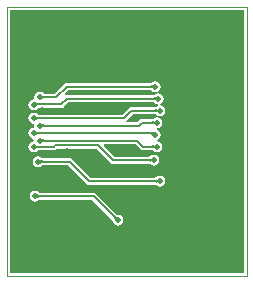
<source format=gbl>
G04*
G04 #@! TF.GenerationSoftware,Altium Limited,Altium Designer,19.1.5 (86)*
G04*
G04 Layer_Physical_Order=2*
G04 Layer_Color=16711680*
%FSLAX24Y24*%
%MOIN*%
G70*
G01*
G75*
%ADD11C,0.0039*%
%ADD21C,0.0080*%
%ADD22C,0.0200*%
G36*
X7898Y102D02*
X102D01*
Y8848D01*
X7898Y8848D01*
Y102D01*
D02*
G37*
%LPC*%
G36*
X4950Y6484D02*
X4880Y6470D01*
X4820Y6430D01*
X4817Y6425D01*
X4817Y6425D01*
X4815Y6424D01*
X4813Y6423D01*
X4811Y6423D01*
X4809Y6422D01*
X2000D01*
X1953Y6413D01*
X1913Y6387D01*
X1599Y6072D01*
X1241D01*
X1239Y6073D01*
X1237Y6073D01*
X1235Y6074D01*
X1233Y6075D01*
X1233Y6075D01*
X1230Y6080D01*
X1170Y6120D01*
X1100Y6134D01*
X1030Y6120D01*
X970Y6080D01*
X930Y6020D01*
X916Y5950D01*
X920Y5930D01*
X900Y5884D01*
X883Y5880D01*
X830Y5870D01*
X770Y5830D01*
X730Y5770D01*
X716Y5700D01*
X730Y5630D01*
X770Y5570D01*
X830Y5530D01*
X900Y5516D01*
X970Y5530D01*
X1030Y5570D01*
X1043Y5590D01*
X1047Y5593D01*
X1048Y5594D01*
X1048Y5595D01*
X1817D01*
X1864Y5604D01*
X1903Y5630D01*
X2051Y5778D01*
X4909D01*
X4911Y5777D01*
X4913Y5777D01*
X4915Y5776D01*
X4917Y5775D01*
X4917Y5775D01*
X4920Y5770D01*
X4980Y5730D01*
X5030Y5721D01*
X5030Y5670D01*
X5030Y5670D01*
X4970Y5630D01*
X4967Y5625D01*
X4967Y5625D01*
X4965Y5624D01*
X4963Y5623D01*
X4961Y5623D01*
X4959Y5622D01*
X4150D01*
X4103Y5613D01*
X4063Y5587D01*
X3849Y5372D01*
X1041D01*
X1039Y5373D01*
X1037Y5373D01*
X1035Y5374D01*
X1033Y5375D01*
X1033Y5375D01*
X1030Y5380D01*
X970Y5420D01*
X900Y5434D01*
X830Y5420D01*
X770Y5380D01*
X730Y5320D01*
X716Y5250D01*
X730Y5180D01*
X770Y5120D01*
X830Y5080D01*
X883Y5070D01*
X900Y5066D01*
X920Y5020D01*
X916Y5000D01*
X920Y4980D01*
X900Y4934D01*
X883Y4930D01*
X830Y4920D01*
X770Y4880D01*
X730Y4820D01*
X716Y4750D01*
X730Y4680D01*
X770Y4620D01*
X830Y4580D01*
X893Y4568D01*
X914Y4522D01*
X894Y4482D01*
X830Y4470D01*
X770Y4430D01*
X730Y4370D01*
X716Y4300D01*
X730Y4230D01*
X770Y4170D01*
X830Y4130D01*
X900Y4116D01*
X970Y4130D01*
X1030Y4170D01*
X1035Y4178D01*
X1569D01*
X1616Y4187D01*
X1656Y4213D01*
X1670Y4228D01*
X2999D01*
X3463Y3763D01*
X3503Y3737D01*
X3550Y3728D01*
X4759D01*
X4761Y3727D01*
X4763Y3727D01*
X4765Y3726D01*
X4767Y3725D01*
X4767Y3725D01*
X4770Y3720D01*
X4830Y3680D01*
X4900Y3666D01*
X4970Y3680D01*
X5030Y3720D01*
X5070Y3780D01*
X5084Y3850D01*
X5070Y3920D01*
X5030Y3980D01*
X4970Y4020D01*
X4900Y4034D01*
X4830Y4020D01*
X4770Y3980D01*
X4767Y3975D01*
X4767Y3975D01*
X4765Y3974D01*
X4763Y3973D01*
X4761Y3973D01*
X4759Y3972D01*
X3601D01*
X3242Y4331D01*
X3261Y4378D01*
X4299D01*
X4463Y4213D01*
X4503Y4187D01*
X4550Y4178D01*
X4859D01*
X4861Y4177D01*
X4863Y4177D01*
X4865Y4176D01*
X4867Y4175D01*
X4867Y4175D01*
X4870Y4170D01*
X4930Y4130D01*
X5000Y4116D01*
X5070Y4130D01*
X5130Y4170D01*
X5170Y4230D01*
X5184Y4300D01*
X5170Y4370D01*
X5130Y4430D01*
X5070Y4470D01*
X5020Y4479D01*
X5020Y4530D01*
X5020Y4530D01*
X5080Y4570D01*
X5120Y4630D01*
X5134Y4700D01*
X5120Y4770D01*
X5080Y4830D01*
X5020Y4870D01*
X5020Y4870D01*
X5020Y4921D01*
X5070Y4930D01*
X5130Y4970D01*
X5170Y5030D01*
X5184Y5100D01*
X5170Y5170D01*
X5130Y5230D01*
X5070Y5270D01*
X5000Y5284D01*
X4930Y5270D01*
X4870Y5230D01*
X4867Y5225D01*
X4867Y5225D01*
X4865Y5224D01*
X4863Y5223D01*
X4861Y5223D01*
X4859Y5222D01*
X4500D01*
X4453Y5213D01*
X4413Y5187D01*
X4349Y5122D01*
X4015D01*
X4004Y5138D01*
X3995Y5172D01*
X4201Y5378D01*
X4959D01*
X4961Y5377D01*
X4963Y5377D01*
X4965Y5376D01*
X4967Y5375D01*
X4967Y5375D01*
X4970Y5370D01*
X5030Y5330D01*
X5100Y5316D01*
X5170Y5330D01*
X5230Y5370D01*
X5270Y5430D01*
X5284Y5500D01*
X5270Y5570D01*
X5230Y5630D01*
X5170Y5670D01*
X5120Y5679D01*
X5120Y5730D01*
X5120Y5730D01*
X5180Y5770D01*
X5220Y5830D01*
X5234Y5900D01*
X5220Y5970D01*
X5180Y6030D01*
X5120Y6070D01*
X5050Y6084D01*
X4980Y6070D01*
X4920Y6030D01*
X4917Y6025D01*
X4917Y6025D01*
X4915Y6024D01*
X4913Y6023D01*
X4911Y6023D01*
X4909Y6022D01*
X2000D01*
X1958Y6014D01*
X1955Y6016D01*
X1944Y6071D01*
X2051Y6178D01*
X4809D01*
X4811Y6177D01*
X4813Y6177D01*
X4815Y6176D01*
X4817Y6175D01*
X4817Y6175D01*
X4820Y6170D01*
X4880Y6130D01*
X4950Y6116D01*
X5020Y6130D01*
X5080Y6170D01*
X5120Y6230D01*
X5134Y6300D01*
X5120Y6370D01*
X5080Y6430D01*
X5020Y6470D01*
X4950Y6484D01*
D02*
G37*
G36*
X1050Y3984D02*
X980Y3970D01*
X920Y3930D01*
X880Y3870D01*
X866Y3800D01*
X880Y3730D01*
X920Y3670D01*
X980Y3630D01*
X1050Y3616D01*
X1120Y3630D01*
X1180Y3670D01*
X1183Y3675D01*
X1183Y3675D01*
X1185Y3676D01*
X1187Y3677D01*
X1189Y3677D01*
X1191Y3678D01*
X2049D01*
X2663Y3063D01*
X2703Y3037D01*
X2750Y3028D01*
X4959D01*
X4961Y3027D01*
X4963Y3027D01*
X4965Y3026D01*
X4967Y3025D01*
X4967Y3025D01*
X4970Y3020D01*
X5030Y2980D01*
X5100Y2966D01*
X5170Y2980D01*
X5230Y3020D01*
X5270Y3080D01*
X5284Y3150D01*
X5270Y3220D01*
X5230Y3280D01*
X5170Y3320D01*
X5100Y3334D01*
X5030Y3320D01*
X4970Y3280D01*
X4967Y3275D01*
X4967Y3275D01*
X4965Y3274D01*
X4963Y3273D01*
X4961Y3273D01*
X4959Y3272D01*
X2801D01*
X2187Y3887D01*
X2147Y3913D01*
X2100Y3922D01*
X1191D01*
X1189Y3923D01*
X1187Y3923D01*
X1185Y3924D01*
X1183Y3925D01*
X1183Y3925D01*
X1180Y3930D01*
X1120Y3970D01*
X1050Y3984D01*
D02*
G37*
G36*
X950Y2834D02*
X880Y2820D01*
X820Y2780D01*
X780Y2720D01*
X766Y2650D01*
X780Y2580D01*
X820Y2520D01*
X880Y2480D01*
X950Y2466D01*
X1020Y2480D01*
X1080Y2520D01*
X1083Y2525D01*
X1083Y2525D01*
X1085Y2526D01*
X1087Y2527D01*
X1089Y2527D01*
X1091Y2528D01*
X2849D01*
X3514Y1863D01*
X3515Y1862D01*
X3516Y1859D01*
X3517Y1858D01*
X3518Y1856D01*
X3518Y1856D01*
X3516Y1850D01*
X3530Y1780D01*
X3570Y1720D01*
X3630Y1680D01*
X3700Y1666D01*
X3770Y1680D01*
X3830Y1720D01*
X3870Y1780D01*
X3884Y1850D01*
X3870Y1920D01*
X3830Y1980D01*
X3770Y2020D01*
X3700Y2034D01*
X3694Y2032D01*
X3694Y2032D01*
X3692Y2033D01*
X3690Y2034D01*
X3688Y2035D01*
X3687Y2036D01*
X2987Y2737D01*
X2947Y2763D01*
X2900Y2772D01*
X1091D01*
X1089Y2773D01*
X1087Y2773D01*
X1085Y2774D01*
X1083Y2775D01*
X1083Y2775D01*
X1080Y2780D01*
X1020Y2820D01*
X950Y2834D01*
D02*
G37*
%LPD*%
G36*
X4879Y6230D02*
X4872Y6236D01*
X4866Y6241D01*
X4859Y6245D01*
X4852Y6249D01*
X4844Y6252D01*
X4836Y6255D01*
X4827Y6257D01*
X4818Y6259D01*
X4808Y6260D01*
X4798Y6260D01*
Y6340D01*
X4808Y6340D01*
X4818Y6341D01*
X4827Y6343D01*
X4836Y6345D01*
X4844Y6348D01*
X4852Y6351D01*
X4859Y6355D01*
X4866Y6359D01*
X4872Y6364D01*
X4879Y6370D01*
Y6230D01*
D02*
G37*
G36*
X1178Y6014D02*
X1184Y6009D01*
X1191Y6005D01*
X1198Y6001D01*
X1206Y5997D01*
X1214Y5995D01*
X1223Y5993D01*
X1232Y5991D01*
X1242Y5990D01*
X1252Y5990D01*
Y5910D01*
X1242Y5910D01*
X1232Y5909D01*
X1223Y5907D01*
X1214Y5905D01*
X1206Y5903D01*
X1198Y5899D01*
X1191Y5895D01*
X1184Y5891D01*
X1178Y5886D01*
X1171Y5880D01*
Y6020D01*
X1178Y6014D01*
D02*
G37*
G36*
X4979Y5830D02*
X4972Y5836D01*
X4966Y5841D01*
X4959Y5845D01*
X4952Y5849D01*
X4944Y5853D01*
X4936Y5855D01*
X4927Y5857D01*
X4918Y5859D01*
X4908Y5860D01*
X4898Y5860D01*
Y5940D01*
X4908Y5940D01*
X4918Y5941D01*
X4927Y5943D01*
X4936Y5945D01*
X4944Y5947D01*
X4952Y5951D01*
X4959Y5955D01*
X4966Y5959D01*
X4972Y5964D01*
X4979Y5970D01*
Y5830D01*
D02*
G37*
G36*
X965Y5776D02*
X973Y5772D01*
X980Y5769D01*
X988Y5766D01*
X996Y5763D01*
X1005Y5761D01*
X1014Y5759D01*
X1023Y5758D01*
X1032Y5757D01*
X1042Y5757D01*
X1057Y5677D01*
X1047Y5677D01*
X1038Y5676D01*
X1029Y5674D01*
X1020Y5672D01*
X1013Y5668D01*
X1005Y5665D01*
X999Y5660D01*
X993Y5655D01*
X987Y5650D01*
X982Y5643D01*
X959Y5781D01*
X965Y5776D01*
D02*
G37*
G36*
X5029Y5430D02*
X5022Y5436D01*
X5016Y5441D01*
X5009Y5445D01*
X5002Y5449D01*
X4994Y5452D01*
X4986Y5455D01*
X4977Y5457D01*
X4968Y5459D01*
X4958Y5460D01*
X4948Y5460D01*
Y5540D01*
X4958Y5540D01*
X4968Y5541D01*
X4977Y5543D01*
X4986Y5545D01*
X4994Y5548D01*
X5002Y5551D01*
X5009Y5555D01*
X5016Y5559D01*
X5022Y5564D01*
X5029Y5570D01*
Y5430D01*
D02*
G37*
G36*
X978Y5314D02*
X984Y5309D01*
X991Y5305D01*
X998Y5301D01*
X1006Y5297D01*
X1014Y5295D01*
X1023Y5293D01*
X1032Y5291D01*
X1042Y5290D01*
X1052Y5290D01*
Y5210D01*
X1042Y5210D01*
X1032Y5209D01*
X1023Y5207D01*
X1014Y5205D01*
X1006Y5203D01*
X998Y5199D01*
X991Y5195D01*
X984Y5191D01*
X978Y5186D01*
X971Y5180D01*
Y5320D01*
X978Y5314D01*
D02*
G37*
G36*
X4929Y5030D02*
X4922Y5036D01*
X4916Y5041D01*
X4909Y5045D01*
X4902Y5049D01*
X4894Y5052D01*
X4886Y5055D01*
X4877Y5057D01*
X4868Y5059D01*
X4858Y5060D01*
X4848Y5060D01*
Y5140D01*
X4858Y5140D01*
X4868Y5141D01*
X4877Y5143D01*
X4886Y5145D01*
X4894Y5148D01*
X4902Y5151D01*
X4909Y5155D01*
X4916Y5159D01*
X4922Y5164D01*
X4929Y5170D01*
Y5030D01*
D02*
G37*
G36*
X1178Y5064D02*
X1184Y5059D01*
X1191Y5055D01*
X1198Y5051D01*
X1206Y5048D01*
X1214Y5045D01*
X1223Y5043D01*
X1232Y5041D01*
X1242Y5040D01*
X1252Y5040D01*
Y4960D01*
X1242Y4960D01*
X1232Y4959D01*
X1223Y4957D01*
X1214Y4955D01*
X1206Y4952D01*
X1198Y4949D01*
X1191Y4945D01*
X1184Y4941D01*
X1178Y4936D01*
X1171Y4930D01*
Y5070D01*
X1178Y5064D01*
D02*
G37*
G36*
X978Y4814D02*
X984Y4809D01*
X991Y4805D01*
X998Y4801D01*
X1006Y4798D01*
X1014Y4795D01*
X1023Y4793D01*
X1032Y4791D01*
X1042Y4790D01*
X1052Y4790D01*
Y4710D01*
X1042Y4710D01*
X1032Y4709D01*
X1023Y4707D01*
X1014Y4705D01*
X1006Y4703D01*
X998Y4699D01*
X991Y4695D01*
X984Y4691D01*
X978Y4686D01*
X971Y4680D01*
Y4820D01*
X978Y4814D01*
D02*
G37*
G36*
X4853Y4675D02*
X4851Y4682D01*
X4848Y4688D01*
X4844Y4693D01*
X4839Y4697D01*
X4833Y4701D01*
X4826Y4704D01*
X4819Y4707D01*
X4810Y4709D01*
X4801Y4710D01*
X4791Y4710D01*
X4803Y4790D01*
X4919Y4795D01*
X4853Y4675D01*
D02*
G37*
G36*
X1178Y4564D02*
X1184Y4559D01*
X1191Y4555D01*
X1198Y4551D01*
X1206Y4548D01*
X1214Y4545D01*
X1223Y4543D01*
X1232Y4541D01*
X1242Y4540D01*
X1252Y4540D01*
Y4460D01*
X1242Y4460D01*
X1232Y4459D01*
X1223Y4457D01*
X1214Y4455D01*
X1206Y4453D01*
X1198Y4449D01*
X1191Y4445D01*
X1184Y4441D01*
X1178Y4436D01*
X1171Y4430D01*
Y4570D01*
X1178Y4564D01*
D02*
G37*
G36*
X4929Y4230D02*
X4922Y4236D01*
X4916Y4241D01*
X4909Y4245D01*
X4902Y4249D01*
X4894Y4252D01*
X4886Y4255D01*
X4877Y4257D01*
X4868Y4259D01*
X4858Y4260D01*
X4848Y4260D01*
Y4340D01*
X4858Y4340D01*
X4868Y4341D01*
X4877Y4343D01*
X4886Y4345D01*
X4894Y4347D01*
X4902Y4351D01*
X4909Y4355D01*
X4916Y4359D01*
X4922Y4364D01*
X4929Y4370D01*
Y4230D01*
D02*
G37*
G36*
X4829Y3780D02*
X4822Y3786D01*
X4816Y3791D01*
X4809Y3795D01*
X4802Y3799D01*
X4794Y3803D01*
X4786Y3805D01*
X4777Y3807D01*
X4768Y3809D01*
X4758Y3810D01*
X4748Y3810D01*
Y3890D01*
X4758Y3890D01*
X4768Y3891D01*
X4777Y3893D01*
X4786Y3895D01*
X4794Y3898D01*
X4802Y3901D01*
X4809Y3905D01*
X4816Y3909D01*
X4822Y3914D01*
X4829Y3920D01*
Y3780D01*
D02*
G37*
G36*
X1128Y3864D02*
X1134Y3859D01*
X1141Y3855D01*
X1148Y3851D01*
X1156Y3848D01*
X1164Y3845D01*
X1173Y3843D01*
X1182Y3841D01*
X1192Y3840D01*
X1202Y3840D01*
Y3760D01*
X1192Y3760D01*
X1182Y3759D01*
X1173Y3757D01*
X1164Y3755D01*
X1156Y3753D01*
X1148Y3749D01*
X1141Y3745D01*
X1134Y3741D01*
X1128Y3736D01*
X1121Y3730D01*
Y3870D01*
X1128Y3864D01*
D02*
G37*
G36*
X5029Y3080D02*
X5022Y3086D01*
X5016Y3091D01*
X5009Y3095D01*
X5002Y3099D01*
X4994Y3103D01*
X4986Y3105D01*
X4977Y3107D01*
X4968Y3109D01*
X4958Y3110D01*
X4948Y3110D01*
Y3190D01*
X4958Y3190D01*
X4968Y3191D01*
X4977Y3193D01*
X4986Y3195D01*
X4994Y3198D01*
X5002Y3201D01*
X5009Y3205D01*
X5016Y3209D01*
X5022Y3214D01*
X5029Y3220D01*
Y3080D01*
D02*
G37*
G36*
X1028Y2714D02*
X1034Y2709D01*
X1041Y2705D01*
X1048Y2701D01*
X1056Y2697D01*
X1064Y2695D01*
X1073Y2693D01*
X1082Y2691D01*
X1092Y2690D01*
X1102Y2690D01*
Y2610D01*
X1092Y2610D01*
X1082Y2609D01*
X1073Y2607D01*
X1064Y2605D01*
X1056Y2603D01*
X1048Y2599D01*
X1041Y2595D01*
X1034Y2591D01*
X1028Y2586D01*
X1021Y2580D01*
Y2720D01*
X1028Y2714D01*
D02*
G37*
G36*
X3628Y1979D02*
X3636Y1973D01*
X3643Y1967D01*
X3651Y1963D01*
X3659Y1959D01*
X3666Y1955D01*
X3674Y1953D01*
X3682Y1951D01*
X3691Y1950D01*
X3699Y1950D01*
X3600Y1851D01*
X3600Y1859D01*
X3599Y1868D01*
X3597Y1876D01*
X3595Y1884D01*
X3591Y1891D01*
X3587Y1899D01*
X3583Y1907D01*
X3577Y1914D01*
X3571Y1922D01*
X3564Y1929D01*
X3621Y1986D01*
X3628Y1979D01*
D02*
G37*
D11*
X0Y0D02*
X8000D01*
Y8950D01*
X0D02*
X8000D01*
X0Y8950D02*
X0Y8950D01*
X0Y0D02*
Y8950D01*
D21*
X2000Y6300D02*
X4950D01*
X1650Y5950D02*
X2000Y6300D01*
X1100Y5950D02*
X1650D01*
X2000Y5900D02*
X5050D01*
X1817Y5717D02*
X2000Y5900D01*
X917Y5717D02*
X1817D01*
X900Y5700D02*
X917Y5717D01*
X4150Y5500D02*
X5100D01*
X3900Y5250D02*
X4150Y5500D01*
X900Y5250D02*
X3900D01*
X4500Y5100D02*
X5000D01*
X4400Y5000D02*
X4500Y5100D01*
X1100Y5000D02*
X4400D01*
X4900Y4750D02*
X4950Y4700D01*
X900Y4750D02*
X4900D01*
X1619Y4350D02*
X3050D01*
X1100Y4500D02*
X4350D01*
X4550Y4300D01*
X1569D02*
X1619Y4350D01*
X3050D02*
X3550Y3850D01*
X4550Y4300D02*
X5000D01*
X3550Y3850D02*
X4900D01*
X900Y4300D02*
X1569D01*
X2750Y3150D02*
X5100D01*
X2100Y3800D02*
X2750Y3150D01*
X1050Y3800D02*
X2100D01*
X2900Y2650D02*
X3700Y1850D01*
X950Y2650D02*
X2900D01*
D22*
X4400Y450D02*
D03*
X3600D02*
D03*
X2600Y500D02*
D03*
X1650D02*
D03*
X600D02*
D03*
X5200Y8400D02*
D03*
X4400D02*
D03*
X3450D02*
D03*
X2400D02*
D03*
X1550D02*
D03*
X900D02*
D03*
X7000Y4100D02*
D03*
X6950Y4850D02*
D03*
X7250Y5200D02*
D03*
X7300Y4500D02*
D03*
Y3800D02*
D03*
X3950Y4100D02*
D03*
X3750Y5500D02*
D03*
X6300Y7550D02*
D03*
Y6800D02*
D03*
X4650Y6950D02*
D03*
X4050D02*
D03*
X3450D02*
D03*
X4700Y2050D02*
D03*
X4300D02*
D03*
X200Y5450D02*
D03*
X4950Y6300D02*
D03*
X5050Y5900D02*
D03*
X5100Y5500D02*
D03*
X1100Y5950D02*
D03*
X1167Y5517D02*
D03*
X5000Y5100D02*
D03*
X4950Y4700D02*
D03*
X2000Y4150D02*
D03*
X5000Y4300D02*
D03*
X4900Y3850D02*
D03*
X5100Y3150D02*
D03*
X2100Y2100D02*
D03*
X950Y2150D02*
D03*
X900Y3100D02*
D03*
X950Y2650D02*
D03*
X1050Y3800D02*
D03*
X900Y4300D02*
D03*
X1100Y4500D02*
D03*
X900Y4750D02*
D03*
X1100Y5000D02*
D03*
X900Y5250D02*
D03*
Y5700D02*
D03*
Y6200D02*
D03*
X3700Y1850D02*
D03*
X2250Y2950D02*
D03*
X2350Y5600D02*
D03*
M02*

</source>
